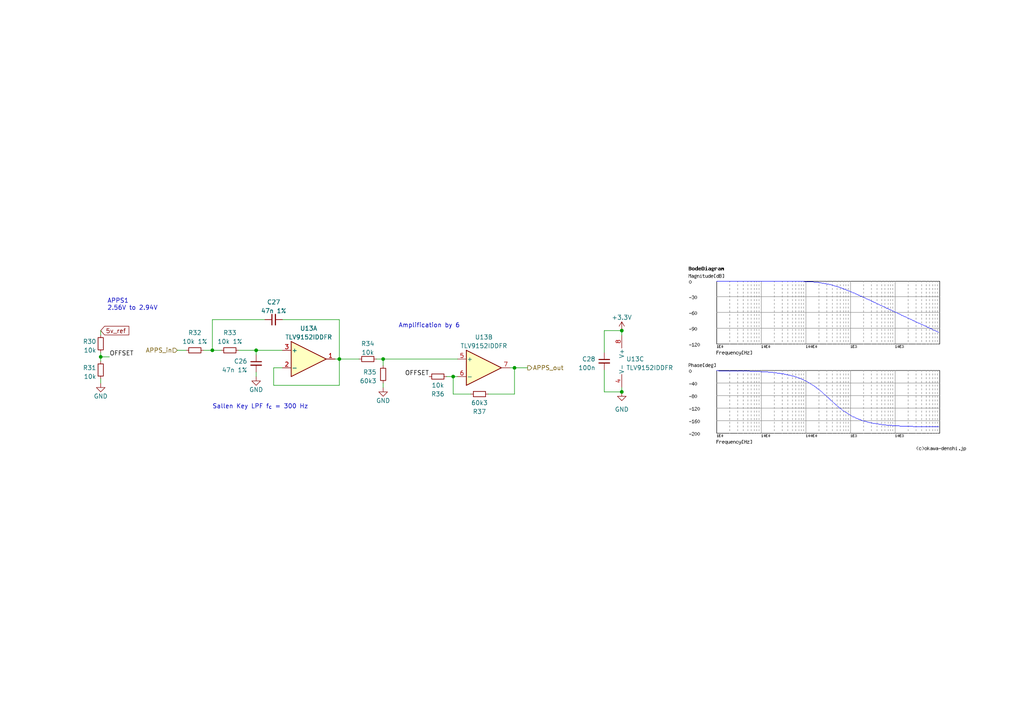
<source format=kicad_sch>
(kicad_sch (version 20230121) (generator eeschema)
  (paper "A4")
  (title_block (title "APPS") (date "2023-03-11") (rev "${REVISION}") (company "Author: Szymon Kostrubiec") (comment 1 "Reviewer:"))
  (lib_symbols
    (symbol "Amplifier_Operational:TLV9062" (pin_names (offset 0.127))
      (property "Reference" "U" (at 0 5.08 0))
      (property "Value" "TLV9062" (at 0 -5.08 0))
      (symbol "TLV9062_1_1"
        (polyline (pts (xy -5.08 5.08) (xy 5.08 0) (xy -5.08 -5.08) (xy -5.08 5.08)) (stroke (width 0.254)) (fill (type background)))
        (pin output line (at 7.62 0 180) (length 2.54) (name "~") (number "1"))
        (pin input line (at -7.62 -2.54 0) (length 2.54) (name "-") (number "2"))
        (pin input line (at -7.62 2.54 0) (length 2.54) (name "+") (number "3"))
      )
      (symbol "TLV9062_2_1"
        (polyline (pts (xy -5.08 5.08) (xy 5.08 0) (xy -5.08 -5.08) (xy -5.08 5.08)) (stroke (width 0.254)) (fill (type background)))
        (pin input line (at -7.62 2.54 0) (length 2.54) (name "+") (number "5"))
        (pin input line (at -7.62 -2.54 0) (length 2.54) (name "-") (number "6"))
        (pin output line (at 7.62 0 180) (length 2.54) (name "~") (number "7"))
      )
      (symbol "TLV9062_3_1"
        (pin power_in line (at -2.54 -7.62 90) (length 3.81) (name "V-") (number "4"))
        (pin power_in line (at -2.54 7.62 270) (length 3.81) (name "V+") (number "8"))
      )
    )
    (symbol "Device:C_Small" (pin_numbers hide) (pin_names (offset 0.254) hide)
      (property "Reference" "C" (at 0.254 1.778 0))
      (property "Value" "C_Small" (at 0.254 -2.032 0))
      (symbol "C_Small_0_1"
        (polyline (pts (xy -1.524 -0.508) (xy 1.524 -0.508)) (stroke (width 0.3302)))
        (polyline (pts (xy -1.524 0.508) (xy 1.524 0.508)) (stroke (width 0.3048)))
      )
      (symbol "C_Small_1_1"
        (pin passive line (at 0 2.54 270) (length 2.032) (name "~") (number "1"))
        (pin passive line (at 0 -2.54 90) (length 2.032) (name "~") (number "2"))
      )
    )
    (symbol "Device:R_Small" (pin_numbers hide) (pin_names (offset 0.254) hide)
      (property "Reference" "R" (at 0.762 0.508 0))
      (property "Value" "R_Small" (at 0.762 -1.016 0))
      (symbol "R_Small_0_1"
        (rectangle (start -0.762 1.778) (end 0.762 -1.778) (stroke (width 0.2032)))
      )
      (symbol "R_Small_1_1"
        (pin passive line (at 0 2.54 270) (length 0.762) (name "~") (number "1"))
        (pin passive line (at 0 -2.54 90) (length 0.762) (name "~") (number "2"))
      )
    )
    (symbol "power:+3.3V" (power) (pin_names (offset 0))
      (property "Value" "+3.3V" (at 0 3.556 0))
      (symbol "+3.3V_0_1"
        (polyline (pts (xy -0.762 1.27) (xy 0 2.54)))
        (polyline (pts (xy 0 0) (xy 0 2.54)))
        (polyline (pts (xy 0 2.54) (xy 0.762 1.27)))
      )
      (symbol "+3.3V_1_1"
        (pin power_in line (at 0 0 90) (length 0) hide (name "+3.3V") (number "1"))
      )
    )
    (symbol "power:GND" (power) (pin_names (offset 0))
      (property "Value" "GND" (at 0 -3.81 0))
      (symbol "GND_0_1"
        (polyline (pts (xy 0 0) (xy 0 -1.27) (xy 1.27 -1.27) (xy 0 -2.54) (xy -1.27 -1.27) (xy 0 -1.27)))
      )
      (symbol "GND_1_1"
        (pin power_in line (at 0 0 270) (length 0) hide (name "GND") (number "1"))
      )
    )
  )
  (junction (at 180.34 95.885))
  (junction (at 180.34 113.665))
  (junction (at 29.21 103.505))
  (junction (at 131.445 109.22))
  (junction (at 98.425 104.14))
  (junction (at 149.225 106.68))
  (junction (at 111.125 104.14))
  (junction (at 61.595 101.6))
  (junction (at 74.295 101.6))
  (wire (pts (xy 97.155 104.14) (xy 98.425 104.14)))
  (wire (pts (xy 141.605 114.3) (xy 149.225 114.3)))
  (wire (pts (xy 69.215 101.6) (xy 74.295 101.6)))
  (wire (pts (xy 111.125 104.14) (xy 132.715 104.14)))
  (wire (pts (xy 109.22 104.14) (xy 111.125 104.14)))
  (wire (pts (xy 61.595 101.6) (xy 64.135 101.6)))
  (wire (pts (xy 98.425 92.71) (xy 81.915 92.71)))
  (wire (pts (xy 180.34 112.395) (xy 180.34 113.665)))
  (wire (pts (xy 74.295 107.95) (xy 74.295 109.22)))
  (wire (pts (xy 29.21 95.885) (xy 29.21 97.155)))
  (wire (pts (xy 79.375 106.68) (xy 81.915 106.68)))
  (wire (pts (xy 98.425 104.14) (xy 98.425 111.76)))
  (wire (pts (xy 111.125 111.125) (xy 111.125 112.395)))
  (wire (pts (xy 29.21 103.505) (xy 29.21 104.775)))
  (wire (pts (xy 29.21 109.855) (xy 29.21 111.125)))
  (wire (pts (xy 51.435 101.6) (xy 53.975 101.6)))
  (wire (pts (xy 147.955 106.68) (xy 149.225 106.68)))
  (wire (pts (xy 61.595 101.6) (xy 61.595 92.71)))
  (wire (pts (xy 59.055 101.6) (xy 61.595 101.6)))
  (wire (pts (xy 175.26 113.665) (xy 180.34 113.665)))
  (wire (pts (xy 129.54 109.22) (xy 131.445 109.22)))
  (wire (pts (xy 98.425 111.76) (xy 79.375 111.76)))
  (wire (pts (xy 131.445 114.3) (xy 131.445 109.22)))
  (wire (pts (xy 74.295 101.6) (xy 81.915 101.6)))
  (wire (pts (xy 175.26 95.885) (xy 180.34 95.885)))
  (wire (pts (xy 111.125 104.14) (xy 111.125 106.045)))
  (wire (pts (xy 74.295 102.87) (xy 74.295 101.6)))
  (wire (pts (xy 79.375 111.76) (xy 79.375 106.68)))
  (wire (pts (xy 31.75 103.505) (xy 29.21 103.505)))
  (wire (pts (xy 149.225 106.68) (xy 153.035 106.68)))
  (wire (pts (xy 136.525 114.3) (xy 131.445 114.3)))
  (wire (pts (xy 131.445 109.22) (xy 132.715 109.22)))
  (wire (pts (xy 175.26 102.235) (xy 175.26 95.885)))
  (wire (pts (xy 61.595 92.71) (xy 76.835 92.71)))
  (wire (pts (xy 98.425 104.14) (xy 104.14 104.14)))
  (wire (pts (xy 180.34 95.885) (xy 180.34 97.155)))
  (wire (pts (xy 175.26 107.315) (xy 175.26 113.665)))
  (wire (pts (xy 29.21 102.235) (xy 29.21 103.505)))
  (wire (pts (xy 149.225 114.3) (xy 149.225 106.68)))
  (wire (pts (xy 98.425 104.14) (xy 98.425 92.71)))
  (image (at 240.157 103.886) (scale 1.59132))
  (text "Amplification by 6" (at 115.57 95.25 0) (effects (font (size 1.27 1.27)) (justify left bottom)))
  (text "Sallen Key LPF f_{c} = 300 Hz" (at 61.595 118.745 0) (effects (font (size 1.27 1.27)) (justify left bottom)))
  (text "APPS1\n2.56V to 2.94V\n" (at 31.115 90.17 0) (effects (font (size 1.27 1.27)) (justify left bottom)))
  (label "OFFSET" (at 124.46 109.22 180))
  (label "OFFSET" (at 31.75 103.505 0))
  (global_label "5v_ref" (shape input) (at 29.21 95.885 0) (property "Intersheetrefs" "${INTERSHEET_REFS}" (effects hide)))
  (hierarchical_label "APPS_in" (shape input) (at 51.435 101.6 180))
  (hierarchical_label "APPS_out" (shape output) (at 153.035 106.68 0))
  (symbol (lib_id "power:GND") (at 29.21 111.125 0) (mirror y) (unit 1)
    (property "Reference" "#PWR096" (effects hide))
    (property "Value" "GND" (at 29.21 114.935 0))
    (instances (project "PUTM_EV_Frontbox_2023" (path "" (reference "#PWR096") (unit 1)) (path "" (reference "#PWR093") (unit 1)) (path "" (reference "#PWR0121") (unit 1))))
  )
  (symbol (lib_id "Device:R_Small") (at 139.065 114.3 270) (unit 1)
    (property "Reference" "R37" (at 139.065 119.38 90))
    (property "Value" "60k3" (at 139.065 116.84 90))
    (property "Footprint" "Resistor_SMD:R_0402_1005Metric" (effects hide))
    (instances (project "PUTM_EV_Frontbox_2023" (path "" (reference "R37") (unit 1)) (path "" (reference "R74") (unit 1))))
  )
  (symbol (lib_id "Device:R_Small") (at 106.68 104.14 270) (unit 1)
    (property "Reference" "R34" (at 106.68 99.695 90))
    (property "Value" "10k" (at 106.68 102.235 90))
    (property "Footprint" "Resistor_SMD:R_0402_1005Metric" (effects hide))
    (instances (project "PUTM_EV_Frontbox_2023" (path "" (reference "R34") (unit 1)) (path "" (reference "R71") (unit 1))))
  )
  (symbol (lib_id "power:GND") (at 180.34 113.665 0) (unit 1)
    (property "Reference" "#PWR097" (effects hide))
    (property "Value" "GND" (at 180.34 118.745 0))
    (instances (project "PUTM_EV_Frontbox_2023" (path "" (reference "#PWR097") (unit 1)) (path "" (reference "#PWR0125") (unit 1))))
  )
  (symbol (lib_id "Amplifier_Operational:TLV9062") (at 182.88 104.775 0) (unit 3)
    (property "Reference" "U13" (at 181.61 104.14 0) (effects (justify left)))
    (property "Value" "TLV9152IDDFR" (at 181.61 106.68 0) (effects (justify left)))
    (property "Footprint" "Package_TO_SOT_SMD:TSOT-23-8_HandSoldering" (effects hide))
    (property "Datasheet" "https://www.ti.com/lit/ds/symlink/tlv9151.pdf?HQS=dis-mous-null-mousermode-dsf-pf-null-wwe&ts=1677335283651&ref_url=https%253A%252F%252Fwww.mouser.pl%252F" (effects hide))
    (instances (project "PUTM_EV_Frontbox_2023" (path "" (reference "U13") (unit 3)) (path "" (reference "U18") (unit 3))))
  )
  (symbol (lib_id "Device:R_Small") (at 56.515 101.6 90) (unit 1)
    (property "Reference" "R32" (at 56.515 96.52 90))
    (property "Value" "10k 1%" (at 56.515 99.06 90))
    (property "Footprint" "Resistor_SMD:R_0402_1005Metric" (effects hide))
    (instances (project "PUTM_EV_Frontbox_2023" (path "" (reference "R32") (unit 1)) (path "" (reference "R69") (unit 1))))
  )
  (symbol (lib_id "Device:R_Small") (at 29.21 99.695 0) (mirror y) (unit 1)
    (property "Reference" "R30" (at 27.94 99.06 0) (effects (justify left)))
    (property "Value" "10k" (at 27.94 101.6 0) (effects (justify left)))
    (property "Footprint" "Resistor_SMD:R_0402_1005Metric" (effects hide))
    (instances (project "PUTM_EV_Frontbox_2023" (path "" (reference "R30") (unit 1)) (path "" (reference "R30") (unit 1)) (path "" (reference "R67") (unit 1))))
  )
  (symbol (lib_id "power:+3.3V") (at 180.34 95.885 0) (unit 1)
    (property "Reference" "#PWR096" (effects hide))
    (property "Value" "+3.3V" (at 180.34 92.075 0))
    (instances (project "PUTM_EV_Frontbox_2023" (path "" (reference "#PWR096") (unit 1)) (path "" (reference "#PWR0124") (unit 1))))
  )
  (symbol (lib_id "Device:R_Small") (at 29.21 107.315 0) (mirror y) (unit 1)
    (property "Reference" "R31" (at 27.94 106.68 0) (effects (justify left)))
    (property "Value" "10k" (at 27.94 109.22 0) (effects (justify left)))
    (property "Footprint" "Resistor_SMD:R_0402_1005Metric" (effects hide))
    (instances (project "PUTM_EV_Frontbox_2023" (path "" (reference "R31") (unit 1)) (path "" (reference "R31") (unit 1)) (path "" (reference "R68") (unit 1))))
  )
  (symbol (lib_id "Device:R_Small") (at 127 109.22 270) (unit 1)
    (property "Reference" "R36" (at 127 114.3 90))
    (property "Value" "10k" (at 127 111.76 90))
    (property "Footprint" "Resistor_SMD:R_0402_1005Metric" (effects hide))
    (instances (project "PUTM_EV_Frontbox_2023" (path "" (reference "R36") (unit 1)) (path "" (reference "R73") (unit 1))))
  )
  (symbol (lib_id "Amplifier_Operational:TLV9062") (at 140.335 106.68 0) (unit 2)
    (property "Reference" "U13" (at 140.335 97.79 0))
    (property "Value" "TLV9152IDDFR" (at 140.335 100.33 0))
    (property "Footprint" "Package_TO_SOT_SMD:TSOT-23-8_HandSoldering" (effects hide))
    (property "Datasheet" "https://www.ti.com/lit/ds/symlink/tlv9151.pdf?HQS=dis-mous-null-mousermode-dsf-pf-null-wwe&ts=1677335283651&ref_url=https%253A%252F%252Fwww.mouser.pl%252F" (effects hide))
    (instances (project "PUTM_EV_Frontbox_2023" (path "" (reference "U13") (unit 2)) (path "" (reference "U18") (unit 2))))
  )
  (symbol (lib_id "power:GND") (at 111.125 112.395 0) (unit 1)
    (property "Reference" "#PWR095" (effects hide))
    (property "Value" "GND" (at 111.125 116.205 0))
    (instances (project "PUTM_EV_Frontbox_2023" (path "" (reference "#PWR095") (unit 1)) (path "" (reference "#PWR0123") (unit 1))))
  )
  (symbol (lib_id "power:GND") (at 74.295 109.22 0) (unit 1)
    (property "Reference" "#PWR094" (effects hide))
    (property "Value" "GND" (at 74.295 113.03 0))
    (instances (project "PUTM_EV_Frontbox_2023" (path "" (reference "#PWR094") (unit 1)) (path "" (reference "#PWR0122") (unit 1))))
  )
  (symbol (lib_id "Device:C_Small") (at 175.26 104.775 0) (unit 1)
    (property "Reference" "C28" (at 172.72 104.1463 0) (effects (justify right)))
    (property "Value" "100n" (at 172.72 106.6863 0) (effects (justify right)))
    (property "Footprint" "Capacitor_SMD:C_0402_1005Metric_Pad0.74x0.62mm_HandSolder" (effects hide))
    (instances (project "PUTM_EV_Frontbox_2023" (path "" (reference "C28") (unit 1)) (path "" (reference "C35") (unit 1))))
  )
  (symbol (lib_id "Device:R_Small") (at 111.125 108.585 0) (mirror y) (unit 1)
    (property "Reference" "R35" (at 109.22 107.95 0) (effects (justify left)))
    (property "Value" "60k3" (at 109.22 110.49 0) (effects (justify left)))
    (property "Footprint" "Resistor_SMD:R_0402_1005Metric" (effects hide))
    (instances (project "PUTM_EV_Frontbox_2023" (path "" (reference "R35") (unit 1)) (path "" (reference "R72") (unit 1))))
  )
  (symbol (lib_id "Device:C_Small") (at 79.375 92.71 90) (unit 1)
    (property "Reference" "C27" (at 79.3813 87.63 90))
    (property "Value" "47n 1%" (at 79.3813 90.17 90))
    (property "Footprint" "Capacitor_SMD:C_0402_1005Metric_Pad0.74x0.62mm_HandSolder" (effects hide))
    (instances (project "PUTM_EV_Frontbox_2023" (path "" (reference "C27") (unit 1)) (path "" (reference "C34") (unit 1))))
  )
  (symbol (lib_id "Device:C_Small") (at 74.295 105.41 0) (unit 1)
    (property "Reference" "C26" (at 71.755 104.7813 0) (effects (justify right)))
    (property "Value" "47n 1%" (at 71.755 107.3213 0) (effects (justify right)))
    (property "Footprint" "Capacitor_SMD:C_0402_1005Metric_Pad0.74x0.62mm_HandSolder" (effects hide))
    (instances (project "PUTM_EV_Frontbox_2023" (path "" (reference "C26") (unit 1)) (path "" (reference "C33") (unit 1))))
  )
  (symbol (lib_id "Device:R_Small") (at 66.675 101.6 90) (unit 1)
    (property "Reference" "R33" (at 66.675 96.52 90))
    (property "Value" "10k 1%" (at 66.675 99.06 90))
    (property "Footprint" "Resistor_SMD:R_0402_1005Metric" (effects hide))
    (instances (project "PUTM_EV_Frontbox_2023" (path "" (reference "R33") (unit 1)) (path "" (reference "R70") (unit 1))))
  )
  (symbol (lib_id "Amplifier_Operational:TLV9062") (at 89.535 104.14 0) (unit 1)
    (property "Reference" "U13" (at 89.535 95.25 0))
    (property "Value" "TLV9152IDDFR" (at 89.535 97.79 0))
    (property "Footprint" "Package_TO_SOT_SMD:TSOT-23-8_HandSoldering" (effects hide))
    (property "Datasheet" "https://www.ti.com/lit/ds/symlink/tlv9151.pdf?HQS=dis-mous-null-mousermode-dsf-pf-null-wwe&ts=1677335283651&ref_url=https%253A%252F%252Fwww.mouser.pl%252F" (effects hide))
    (instances (project "PUTM_EV_Frontbox_2023" (path "" (reference "U13") (unit 1)) (path "" (reference "U18") (unit 1))))
  )
)
</source>
